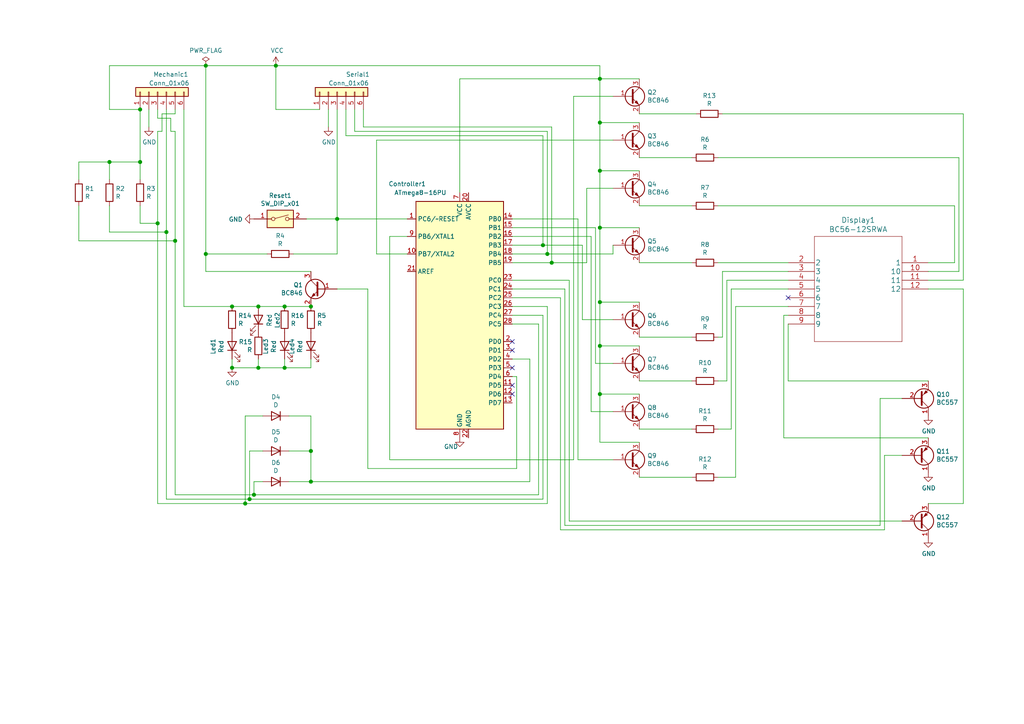
<source format=kicad_sch>
(kicad_sch (version 20210621) (generator eeschema)
  (paper "A4")
  (title_block (title "Avr Timer") (date "2022-03-31") (rev "0"))
  (lib_symbols
    (symbol "2022-03-31_18-42-15:BC56-12SRWA" (pin_names (offset 0.254))
      (property "Reference" "LED" (at 20.32 12.7 0))
      (property "Value" "BC56-12SRWA" (at 20.32 10.16 0))
      (symbol "BC56-12SRWA_1_1"
        (polyline (pts (xy 7.62 -22.86) (xy 33.02 -22.86)) (stroke (width 0.127)))
        (polyline (pts (xy 7.62 7.62) (xy 7.62 -22.86)) (stroke (width 0.127)))
        (polyline (pts (xy 33.02 -22.86) (xy 33.02 7.62)) (stroke (width 0.127)))
        (polyline (pts (xy 33.02 7.62) (xy 7.62 7.62)) (stroke (width 0.127)))
        (pin unspecified line (at 40.64 0 180) (length 7.62) (name "1") (number "1"))
        (pin unspecified line (at 40.64 -2.54 180) (length 7.62) (name "10") (number "10"))
        (pin unspecified line (at 40.64 -5.08 180) (length 7.62) (name "11") (number "11"))
        (pin unspecified line (at 40.64 -7.62 180) (length 7.62) (name "12") (number "12"))
        (pin unspecified line (at 0 0 0) (length 7.62) (name "2") (number "2"))
        (pin unspecified line (at 0 -2.54 0) (length 7.62) (name "3") (number "3"))
        (pin unspecified line (at 0 -5.08 0) (length 7.62) (name "4") (number "4"))
        (pin unspecified line (at 0 -7.62 0) (length 7.62) (name "5") (number "5"))
        (pin unspecified line (at 0 -10.16 0) (length 7.62) (name "6") (number "6"))
        (pin unspecified line (at 0 -12.7 0) (length 7.62) (name "7") (number "7"))
        (pin unspecified line (at 0 -15.24 0) (length 7.62) (name "8") (number "8"))
        (pin unspecified line (at 0 -17.78 0) (length 7.62) (name "9") (number "9"))
      )
    )
    (symbol "AvrTimer-rescue:ATmega8-16PU-MCU_Microchip_ATmega"
      (property "Reference" "U" (at -12.7 34.29 0))
      (property "Value" "ATmega8-16PU-MCU_Microchip_ATmega" (at 5.08 -34.29 0))
      (symbol "ATmega8-16PU-MCU_Microchip_ATmega_0_1"
        (rectangle (start -12.7 -33.02) (end 12.7 33.02) (stroke (width 0.254)) (fill (type background)))
      )
      (symbol "ATmega8-16PU-MCU_Microchip_ATmega_1_1"
        (pin bidirectional line (at -15.24 27.94 0) (length 2.54) (name "PC6/~RESET") (number "1"))
        (pin bidirectional line (at -15.24 17.78 0) (length 2.54) (name "PB7/XTAL2") (number "10"))
        (pin bidirectional line (at 15.24 -20.32 180) (length 2.54) (name "PD5") (number "11"))
        (pin bidirectional line (at 15.24 -22.86 180) (length 2.54) (name "PD6") (number "12"))
        (pin bidirectional line (at 15.24 -25.4 180) (length 2.54) (name "PD7") (number "13"))
        (pin bidirectional line (at 15.24 27.94 180) (length 2.54) (name "PB0") (number "14"))
        (pin bidirectional line (at 15.24 25.4 180) (length 2.54) (name "PB1") (number "15"))
        (pin bidirectional line (at 15.24 22.86 180) (length 2.54) (name "PB2") (number "16"))
        (pin bidirectional line (at 15.24 20.32 180) (length 2.54) (name "PB3") (number "17"))
        (pin bidirectional line (at 15.24 17.78 180) (length 2.54) (name "PB4") (number "18"))
        (pin bidirectional line (at 15.24 15.24 180) (length 2.54) (name "PB5") (number "19"))
        (pin bidirectional line (at 15.24 -7.62 180) (length 2.54) (name "PD0") (number "2"))
        (pin power_in line (at 2.54 35.56 270) (length 2.54) (name "AVCC") (number "20"))
        (pin passive line (at -15.24 12.7 0) (length 2.54) (name "AREF") (number "21"))
        (pin power_in line (at 2.54 -35.56 90) (length 2.54) (name "AGND") (number "22"))
        (pin bidirectional line (at 15.24 10.16 180) (length 2.54) (name "PC0") (number "23"))
        (pin bidirectional line (at 15.24 7.62 180) (length 2.54) (name "PC1") (number "24"))
        (pin bidirectional line (at 15.24 5.08 180) (length 2.54) (name "PC2") (number "25"))
        (pin bidirectional line (at 15.24 2.54 180) (length 2.54) (name "PC3") (number "26"))
        (pin bidirectional line (at 15.24 0 180) (length 2.54) (name "PC4") (number "27"))
        (pin bidirectional line (at 15.24 -2.54 180) (length 2.54) (name "PC5") (number "28"))
        (pin bidirectional line (at 15.24 -10.16 180) (length 2.54) (name "PD1") (number "3"))
        (pin bidirectional line (at 15.24 -12.7 180) (length 2.54) (name "PD2") (number "4"))
        (pin bidirectional line (at 15.24 -15.24 180) (length 2.54) (name "PD3") (number "5"))
        (pin bidirectional line (at 15.24 -17.78 180) (length 2.54) (name "PD4") (number "6"))
        (pin power_in line (at 0 35.56 270) (length 2.54) (name "VCC") (number "7"))
        (pin power_in line (at 0 -35.56 90) (length 2.54) (name "GND") (number "8"))
        (pin bidirectional line (at -15.24 22.86 0) (length 2.54) (name "PB6/XTAL1") (number "9"))
      )
    )
    (symbol "AvrTimer-rescue:BC557-Transistor_BJT" (pin_names (offset 0) hide)
      (property "Reference" "Q" (at 5.08 1.905 0))
      (property "Value" "BC557-Transistor_BJT" (at 5.08 0 0))
      (symbol "BC557-Transistor_BJT_0_1"
        (circle (center 1.27 0) (radius 2.8194) (stroke (width 0.254)))
        (polyline (pts (xy 0.635 0.635) (xy 2.54 2.54)))
        (polyline (pts (xy 0.635 -0.635) (xy 2.54 -2.54) (xy 2.54 -2.54)))
        (polyline (pts (xy 0.635 1.905) (xy 0.635 -1.905) (xy 0.635 -1.905)) (stroke (width 0.508)))
        (polyline (pts (xy 2.286 -1.778) (xy 1.778 -2.286) (xy 1.27 -1.27) (xy 2.286 -1.778) (xy 2.286 -1.778)) (fill (type outline)))
      )
      (symbol "BC557-Transistor_BJT_1_1"
        (pin passive line (at 2.54 5.08 270) (length 2.54) (name "C") (number "1"))
        (pin input line (at -5.08 0 0) (length 5.715) (name "B") (number "2"))
        (pin passive line (at 2.54 -5.08 90) (length 2.54) (name "E") (number "3"))
      )
    )
    (symbol "AvrTimer-rescue:BC846-Transistor_BJT" (pin_names (offset 0) hide)
      (property "Reference" "Q" (at 5.08 1.905 0))
      (property "Value" "BC846-Transistor_BJT" (at 5.08 0 0))
      (symbol "BC846-Transistor_BJT_0_1"
        (circle (center 1.27 0) (radius 2.8194) (stroke (width 0.254)))
        (polyline (pts (xy 0.635 0.635) (xy 2.54 2.54)))
        (polyline (pts (xy 0.635 -0.635) (xy 2.54 -2.54) (xy 2.54 -2.54)))
        (polyline (pts (xy 0.635 1.905) (xy 0.635 -1.905) (xy 0.635 -1.905)) (stroke (width 0.508)))
        (polyline (pts (xy 1.27 -1.778) (xy 1.778 -1.27) (xy 2.286 -2.286) (xy 1.27 -1.778) (xy 1.27 -1.778)) (fill (type outline)))
      )
      (symbol "BC846-Transistor_BJT_1_1"
        (pin input line (at -5.08 0 0) (length 5.715) (name "B") (number "1"))
        (pin passive line (at 2.54 -5.08 90) (length 2.54) (name "E") (number "2"))
        (pin passive line (at 2.54 5.08 270) (length 2.54) (name "C") (number "3"))
      )
    )
    (symbol "AvrTimer-rescue:Conn_01x06-Connector_Generic" (pin_names (offset 1.016) hide)
      (property "Reference" "J" (at 0 7.62 0))
      (property "Value" "Conn_01x06-Connector_Generic" (at 0 -10.16 0))
      (symbol "Conn_01x06-Connector_Generic_1_1"
        (rectangle (start -1.27 -7.493) (end 0 -7.747) (stroke (width 0.1524)))
        (rectangle (start -1.27 -4.953) (end 0 -5.207) (stroke (width 0.1524)))
        (rectangle (start -1.27 -2.413) (end 0 -2.667) (stroke (width 0.1524)))
        (rectangle (start -1.27 0.127) (end 0 -0.127) (stroke (width 0.1524)))
        (rectangle (start -1.27 2.667) (end 0 2.413) (stroke (width 0.1524)))
        (rectangle (start -1.27 5.207) (end 0 4.953) (stroke (width 0.1524)))
        (rectangle (start -1.27 6.35) (end 1.27 -8.89) (stroke (width 0.254)) (fill (type background)))
        (pin passive line (at -5.08 5.08 0) (length 3.81) (name "Pin_1") (number "1"))
        (pin passive line (at -5.08 2.54 0) (length 3.81) (name "Pin_2") (number "2"))
        (pin passive line (at -5.08 0 0) (length 3.81) (name "Pin_3") (number "3"))
        (pin passive line (at -5.08 -2.54 0) (length 3.81) (name "Pin_4") (number "4"))
        (pin passive line (at -5.08 -5.08 0) (length 3.81) (name "Pin_5") (number "5"))
        (pin passive line (at -5.08 -7.62 0) (length 3.81) (name "Pin_6") (number "6"))
      )
    )
    (symbol "AvrTimer-rescue:D-Device" (pin_numbers hide) (pin_names (offset 1.016) hide)
      (property "Reference" "D" (at 0 2.54 0))
      (property "Value" "D-Device" (at 0 -2.54 0))
      (symbol "D-Device_0_1"
        (polyline (pts (xy -1.27 1.27) (xy -1.27 -1.27)) (stroke (width 0.254)))
        (polyline (pts (xy 1.27 0) (xy -1.27 0)))
        (polyline (pts (xy 1.27 1.27) (xy 1.27 -1.27) (xy -1.27 0) (xy 1.27 1.27)) (stroke (width 0.254)))
      )
      (symbol "D-Device_1_1"
        (pin passive line (at -3.81 0 0) (length 2.54) (name "K") (number "1"))
        (pin passive line (at 3.81 0 180) (length 2.54) (name "A") (number "2"))
      )
    )
    (symbol "AvrTimer-rescue:GND-power" (power) (pin_names (offset 0))
      (property "Value" "GND-power" (at 0 -3.81 0))
      (symbol "GND-power_0_1"
        (polyline (pts (xy 0 0) (xy 0 -1.27) (xy 1.27 -1.27) (xy 0 -2.54) (xy -1.27 -1.27) (xy 0 -1.27)))
      )
      (symbol "GND-power_1_1"
        (pin power_in line (at 0 0 270) (length 0) hide (name "GND") (number "1"))
      )
    )
    (symbol "AvrTimer-rescue:LED-Device" (pin_numbers hide) (pin_names (offset 1.016) hide)
      (property "Reference" "D" (at 0 2.54 0))
      (property "Value" "LED-Device" (at 0 -2.54 0))
      (symbol "LED-Device_0_1"
        (polyline (pts (xy -1.27 -1.27) (xy -1.27 1.27)) (stroke (width 0.254)))
        (polyline (pts (xy -1.27 0) (xy 1.27 0)))
        (polyline (pts (xy 1.27 -1.27) (xy 1.27 1.27) (xy -1.27 0) (xy 1.27 -1.27)) (stroke (width 0.254)))
        (polyline (pts (xy -3.048 -0.762) (xy -4.572 -2.286) (xy -3.81 -2.286) (xy -4.572 -2.286) (xy -4.572 -1.524)))
        (polyline (pts (xy -1.778 -0.762) (xy -3.302 -2.286) (xy -2.54 -2.286) (xy -3.302 -2.286) (xy -3.302 -1.524)))
      )
      (symbol "LED-Device_1_1"
        (pin passive line (at -3.81 0 0) (length 2.54) (name "K") (number "1"))
        (pin passive line (at 3.81 0 180) (length 2.54) (name "A") (number "2"))
      )
    )
    (symbol "AvrTimer-rescue:PWR_FLAG-power" (power) (pin_numbers hide) (pin_names (offset 0) hide)
      (property "Value" "PWR_FLAG-power" (at 0 3.81 0))
      (symbol "PWR_FLAG-power_0_0"
        (pin power_out line (at 0 0 90) (length 0) (name "pwr") (number "1"))
      )
      (symbol "PWR_FLAG-power_0_1"
        (polyline (pts (xy 0 0) (xy 0 1.27) (xy -1.016 1.905) (xy 0 2.54) (xy 1.016 1.905) (xy 0 1.27)))
      )
    )
    (symbol "AvrTimer-rescue:R-Device" (pin_numbers hide) (pin_names (offset 0))
      (property "Reference" "R" (at 2.032 0 90))
      (property "Value" "R-Device" (at 0 0 90))
      (symbol "R-Device_0_1"
        (rectangle (start -1.016 -2.54) (end 1.016 2.54) (stroke (width 0.254)))
      )
      (symbol "R-Device_1_1"
        (pin passive line (at 0 3.81 270) (length 1.27) (name "~") (number "1"))
        (pin passive line (at 0 -3.81 90) (length 1.27) (name "~") (number "2"))
      )
    )
    (symbol "AvrTimer-rescue:SW_DIP_x01-Switch" (pin_names (offset 0) hide)
      (property "Reference" "SW" (at 0 3.81 0))
      (property "Value" "SW_DIP_x01-Switch" (at 0 -3.81 0))
      (symbol "SW_DIP_x01-Switch_0_0"
        (circle (center -2.032 0) (radius 0.508))
        (circle (center 2.032 0) (radius 0.508))
        (polyline (pts (xy -1.524 0.127) (xy 2.3622 1.1684)))
      )
      (symbol "SW_DIP_x01-Switch_0_1"
        (rectangle (start -3.81 2.54) (end 3.81 -2.54) (stroke (width 0.254)) (fill (type background)))
      )
      (symbol "SW_DIP_x01-Switch_1_1"
        (pin passive line (at -7.62 0 0) (length 5.08) (name "~") (number "1"))
        (pin passive line (at 7.62 0 180) (length 5.08) (name "~") (number "2"))
      )
    )
    (symbol "AvrTimer-rescue:VCC-power" (power) (pin_names (offset 0))
      (property "Value" "VCC-power" (at 0 3.81 0))
      (symbol "VCC-power_0_1"
        (polyline (pts (xy -0.762 1.27) (xy 0 2.54)))
        (polyline (pts (xy 0 0) (xy 0 2.54)))
        (polyline (pts (xy 0 2.54) (xy 0.762 1.27)))
      )
      (symbol "VCC-power_1_1"
        (pin power_in line (at 0 0 90) (length 0) hide (name "VCC") (number "1"))
      )
    )
  )
  (junction (at 31.75 46.99) (diameter 1.016))
  (junction (at 40.64 31.75) (diameter 1.016))
  (junction (at 40.64 46.99) (diameter 1.016))
  (junction (at 45.72 64.77) (diameter 1.016))
  (junction (at 48.26 67.31) (diameter 1.016))
  (junction (at 50.8 69.85) (diameter 1.016))
  (junction (at 59.69 19.05) (diameter 1.016))
  (junction (at 59.69 73.66) (diameter 1.016))
  (junction (at 67.31 88.9) (diameter 1.016))
  (junction (at 67.31 106.68) (diameter 1.016))
  (junction (at 71.12 146.05) (diameter 1.016))
  (junction (at 72.39 144.78) (diameter 1.016))
  (junction (at 73.66 143.51) (diameter 1.016))
  (junction (at 74.93 88.9) (diameter 1.016))
  (junction (at 74.93 106.68) (diameter 1.016))
  (junction (at 80.01 19.05) (diameter 1.016))
  (junction (at 82.55 88.9) (diameter 1.016))
  (junction (at 82.55 106.68) (diameter 1.016))
  (junction (at 90.17 88.9) (diameter 1.016))
  (junction (at 90.17 130.81) (diameter 1.016))
  (junction (at 90.17 139.7) (diameter 1.016))
  (junction (at 97.79 63.5) (diameter 1.016))
  (junction (at 157.48 71.12) (diameter 1.016))
  (junction (at 158.75 73.66) (diameter 1.016))
  (junction (at 160.02 76.2) (diameter 1.016))
  (junction (at 173.99 22.86) (diameter 1.016))
  (junction (at 173.99 35.56) (diameter 1.016))
  (junction (at 173.99 49.53) (diameter 1.016))
  (junction (at 173.99 66.04) (diameter 1.016))
  (junction (at 173.99 87.63) (diameter 1.016))
  (junction (at 173.99 100.33) (diameter 1.016))
  (junction (at 173.99 114.3) (diameter 1.016))
  (no_connect (at 148.59 99.06))
  (no_connect (at 148.59 101.6))
  (no_connect (at 148.59 106.68))
  (no_connect (at 148.59 111.76))
  (no_connect (at 148.59 114.3))
  (no_connect (at 228.6 86.36))
  (wire (pts (xy 22.86 46.99) (xy 22.86 52.07)))
  (wire (pts (xy 22.86 59.69) (xy 22.86 69.85)))
  (wire (pts (xy 22.86 69.85) (xy 50.8 69.85)))
  (wire (pts (xy 31.75 19.05) (xy 59.69 19.05)))
  (wire (pts (xy 31.75 31.75) (xy 31.75 19.05)))
  (wire (pts (xy 31.75 46.99) (xy 22.86 46.99)))
  (wire (pts (xy 31.75 46.99) (xy 31.75 52.07)))
  (wire (pts (xy 31.75 46.99) (xy 40.64 46.99)))
  (wire (pts (xy 31.75 59.69) (xy 31.75 67.31)))
  (wire (pts (xy 31.75 67.31) (xy 48.26 67.31)))
  (wire (pts (xy 40.64 31.75) (xy 31.75 31.75)))
  (wire (pts (xy 40.64 31.75) (xy 40.64 46.99)))
  (wire (pts (xy 40.64 46.99) (xy 40.64 52.07)))
  (wire (pts (xy 40.64 59.69) (xy 40.64 64.77)))
  (wire (pts (xy 40.64 64.77) (xy 45.72 64.77)))
  (wire (pts (xy 43.18 31.75) (xy 43.18 36.83)))
  (wire (pts (xy 45.72 31.75) (xy 45.72 34.29)))
  (wire (pts (xy 45.72 38.1) (xy 45.72 64.77)))
  (wire (pts (xy 45.72 38.1) (xy 46.99 38.1)))
  (wire (pts (xy 45.72 64.77) (xy 45.72 146.05)))
  (wire (pts (xy 45.72 146.05) (xy 71.12 146.05)))
  (wire (pts (xy 46.99 33.02) (xy 50.8 33.02)))
  (wire (pts (xy 46.99 38.1) (xy 46.99 33.02)))
  (wire (pts (xy 48.26 31.75) (xy 48.26 67.31)))
  (wire (pts (xy 48.26 67.31) (xy 48.26 144.78)))
  (wire (pts (xy 48.26 144.78) (xy 72.39 144.78)))
  (wire (pts (xy 49.53 34.29) (xy 45.72 34.29)))
  (wire (pts (xy 49.53 38.1) (xy 49.53 34.29)))
  (wire (pts (xy 50.8 31.75) (xy 50.8 33.02)))
  (wire (pts (xy 50.8 38.1) (xy 49.53 38.1)))
  (wire (pts (xy 50.8 38.1) (xy 50.8 69.85)))
  (wire (pts (xy 50.8 69.85) (xy 50.8 143.51)))
  (wire (pts (xy 50.8 143.51) (xy 73.66 143.51)))
  (wire (pts (xy 53.34 88.9) (xy 53.34 31.75)))
  (wire (pts (xy 53.34 88.9) (xy 67.31 88.9)))
  (wire (pts (xy 59.69 19.05) (xy 80.01 19.05)))
  (wire (pts (xy 59.69 73.66) (xy 59.69 19.05)))
  (wire (pts (xy 59.69 73.66) (xy 59.69 78.74)))
  (wire (pts (xy 59.69 78.74) (xy 90.17 78.74)))
  (wire (pts (xy 67.31 88.9) (xy 74.93 88.9)))
  (wire (pts (xy 67.31 104.14) (xy 67.31 106.68)))
  (wire (pts (xy 71.12 120.65) (xy 71.12 146.05)))
  (wire (pts (xy 71.12 120.65) (xy 76.2 120.65)))
  (wire (pts (xy 71.12 146.05) (xy 158.75 146.05)))
  (wire (pts (xy 72.39 130.81) (xy 72.39 144.78)))
  (wire (pts (xy 72.39 130.81) (xy 76.2 130.81)))
  (wire (pts (xy 72.39 144.78) (xy 157.48 144.78)))
  (wire (pts (xy 73.66 139.7) (xy 73.66 143.51)))
  (wire (pts (xy 73.66 139.7) (xy 76.2 139.7)))
  (wire (pts (xy 73.66 143.51) (xy 156.21 143.51)))
  (wire (pts (xy 74.93 88.9) (xy 82.55 88.9)))
  (wire (pts (xy 74.93 104.14) (xy 74.93 106.68)))
  (wire (pts (xy 74.93 106.68) (xy 67.31 106.68)))
  (wire (pts (xy 77.47 73.66) (xy 59.69 73.66)))
  (wire (pts (xy 80.01 19.05) (xy 173.99 19.05)))
  (wire (pts (xy 80.01 31.75) (xy 80.01 19.05)))
  (wire (pts (xy 82.55 88.9) (xy 90.17 88.9)))
  (wire (pts (xy 82.55 104.14) (xy 82.55 106.68)))
  (wire (pts (xy 82.55 106.68) (xy 74.93 106.68)))
  (wire (pts (xy 83.82 120.65) (xy 90.17 120.65)))
  (wire (pts (xy 83.82 130.81) (xy 90.17 130.81)))
  (wire (pts (xy 85.09 73.66) (xy 97.79 73.66)))
  (wire (pts (xy 88.9 63.5) (xy 97.79 63.5)))
  (wire (pts (xy 90.17 104.14) (xy 90.17 106.68)))
  (wire (pts (xy 90.17 106.68) (xy 82.55 106.68)))
  (wire (pts (xy 90.17 120.65) (xy 90.17 130.81)))
  (wire (pts (xy 90.17 130.81) (xy 90.17 139.7)))
  (wire (pts (xy 90.17 139.7) (xy 83.82 139.7)))
  (wire (pts (xy 90.17 139.7) (xy 153.67 139.7)))
  (wire (pts (xy 92.71 31.75) (xy 80.01 31.75)))
  (wire (pts (xy 95.25 31.75) (xy 95.25 36.83)))
  (wire (pts (xy 97.79 31.75) (xy 97.79 63.5)))
  (wire (pts (xy 97.79 63.5) (xy 118.11 63.5)))
  (wire (pts (xy 97.79 73.66) (xy 97.79 63.5)))
  (wire (pts (xy 100.33 39.37) (xy 100.33 31.75)))
  (wire (pts (xy 102.87 38.1) (xy 102.87 31.75)))
  (wire (pts (xy 105.41 36.83) (xy 105.41 31.75)))
  (wire (pts (xy 106.68 83.82) (xy 97.79 83.82)))
  (wire (pts (xy 106.68 83.82) (xy 106.68 135.89)))
  (wire (pts (xy 109.22 40.64) (xy 177.8 40.64)))
  (wire (pts (xy 109.22 73.66) (xy 109.22 40.64)))
  (wire (pts (xy 109.22 73.66) (xy 118.11 73.66)))
  (wire (pts (xy 113.03 68.58) (xy 113.03 133.35)))
  (wire (pts (xy 113.03 133.35) (xy 166.37 133.35)))
  (wire (pts (xy 118.11 68.58) (xy 113.03 68.58)))
  (wire (pts (xy 133.35 22.86) (xy 173.99 22.86)))
  (wire (pts (xy 133.35 55.88) (xy 133.35 22.86)))
  (wire (pts (xy 148.59 63.5) (xy 167.64 63.5)))
  (wire (pts (xy 148.59 66.04) (xy 172.72 66.04)))
  (wire (pts (xy 148.59 68.58) (xy 171.45 68.58)))
  (wire (pts (xy 148.59 71.12) (xy 157.48 71.12)))
  (wire (pts (xy 148.59 73.66) (xy 158.75 73.66)))
  (wire (pts (xy 148.59 76.2) (xy 160.02 76.2)))
  (wire (pts (xy 148.59 81.28) (xy 165.1 81.28)))
  (wire (pts (xy 148.59 83.82) (xy 163.83 83.82)))
  (wire (pts (xy 148.59 86.36) (xy 162.56 86.36)))
  (wire (pts (xy 148.59 109.22) (xy 149.86 109.22)))
  (wire (pts (xy 149.86 109.22) (xy 149.86 135.89)))
  (wire (pts (xy 149.86 135.89) (xy 106.68 135.89)))
  (wire (pts (xy 153.67 104.14) (xy 148.59 104.14)))
  (wire (pts (xy 153.67 104.14) (xy 153.67 139.7)))
  (wire (pts (xy 156.21 93.98) (xy 148.59 93.98)))
  (wire (pts (xy 156.21 143.51) (xy 156.21 93.98)))
  (wire (pts (xy 157.48 39.37) (xy 100.33 39.37)))
  (wire (pts (xy 157.48 71.12) (xy 157.48 39.37)))
  (wire (pts (xy 157.48 71.12) (xy 168.91 71.12)))
  (wire (pts (xy 157.48 91.44) (xy 148.59 91.44)))
  (wire (pts (xy 157.48 144.78) (xy 157.48 91.44)))
  (wire (pts (xy 158.75 38.1) (xy 102.87 38.1)))
  (wire (pts (xy 158.75 73.66) (xy 158.75 38.1)))
  (wire (pts (xy 158.75 73.66) (xy 177.8 73.66)))
  (wire (pts (xy 158.75 88.9) (xy 148.59 88.9)))
  (wire (pts (xy 158.75 146.05) (xy 158.75 88.9)))
  (wire (pts (xy 160.02 36.83) (xy 105.41 36.83)))
  (wire (pts (xy 160.02 36.83) (xy 160.02 76.2)))
  (wire (pts (xy 160.02 76.2) (xy 170.18 76.2)))
  (wire (pts (xy 162.56 86.36) (xy 162.56 153.67)))
  (wire (pts (xy 162.56 153.67) (xy 256.54 153.67)))
  (wire (pts (xy 163.83 83.82) (xy 163.83 152.4)))
  (wire (pts (xy 163.83 152.4) (xy 255.27 152.4)))
  (wire (pts (xy 165.1 81.28) (xy 165.1 151.13)))
  (wire (pts (xy 165.1 151.13) (xy 261.62 151.13)))
  (wire (pts (xy 166.37 27.94) (xy 166.37 133.35)))
  (wire (pts (xy 166.37 27.94) (xy 177.8 27.94)))
  (wire (pts (xy 167.64 63.5) (xy 167.64 133.35)))
  (wire (pts (xy 167.64 133.35) (xy 177.8 133.35)))
  (wire (pts (xy 168.91 71.12) (xy 168.91 92.71)))
  (wire (pts (xy 168.91 92.71) (xy 177.8 92.71)))
  (wire (pts (xy 170.18 54.61) (xy 177.8 54.61)))
  (wire (pts (xy 170.18 76.2) (xy 170.18 54.61)))
  (wire (pts (xy 171.45 68.58) (xy 171.45 119.38)))
  (wire (pts (xy 171.45 119.38) (xy 177.8 119.38)))
  (wire (pts (xy 172.72 66.04) (xy 172.72 105.41)))
  (wire (pts (xy 172.72 105.41) (xy 177.8 105.41)))
  (wire (pts (xy 173.99 19.05) (xy 173.99 22.86)))
  (wire (pts (xy 173.99 22.86) (xy 173.99 35.56)))
  (wire (pts (xy 173.99 22.86) (xy 185.42 22.86)))
  (wire (pts (xy 173.99 35.56) (xy 173.99 49.53)))
  (wire (pts (xy 173.99 35.56) (xy 185.42 35.56)))
  (wire (pts (xy 173.99 49.53) (xy 173.99 66.04)))
  (wire (pts (xy 173.99 49.53) (xy 185.42 49.53)))
  (wire (pts (xy 173.99 66.04) (xy 173.99 87.63)))
  (wire (pts (xy 173.99 66.04) (xy 185.42 66.04)))
  (wire (pts (xy 173.99 87.63) (xy 173.99 100.33)))
  (wire (pts (xy 173.99 87.63) (xy 185.42 87.63)))
  (wire (pts (xy 173.99 100.33) (xy 173.99 114.3)))
  (wire (pts (xy 173.99 100.33) (xy 185.42 100.33)))
  (wire (pts (xy 173.99 114.3) (xy 173.99 128.27)))
  (wire (pts (xy 173.99 114.3) (xy 185.42 114.3)))
  (wire (pts (xy 173.99 128.27) (xy 185.42 128.27)))
  (wire (pts (xy 177.8 73.66) (xy 177.8 71.12)))
  (wire (pts (xy 185.42 33.02) (xy 201.93 33.02)))
  (wire (pts (xy 185.42 45.72) (xy 200.66 45.72)))
  (wire (pts (xy 185.42 59.69) (xy 200.66 59.69)))
  (wire (pts (xy 185.42 76.2) (xy 200.66 76.2)))
  (wire (pts (xy 185.42 97.79) (xy 200.66 97.79)))
  (wire (pts (xy 185.42 110.49) (xy 200.66 110.49)))
  (wire (pts (xy 185.42 124.46) (xy 200.66 124.46)))
  (wire (pts (xy 185.42 138.43) (xy 200.66 138.43)))
  (wire (pts (xy 208.28 45.72) (xy 278.13 45.72)))
  (wire (pts (xy 208.28 59.69) (xy 276.86 59.69)))
  (wire (pts (xy 208.28 76.2) (xy 228.6 76.2)))
  (wire (pts (xy 208.28 97.79) (xy 209.55 97.79)))
  (wire (pts (xy 208.28 110.49) (xy 210.82 110.49)))
  (wire (pts (xy 208.28 124.46) (xy 212.09 124.46)))
  (wire (pts (xy 208.28 138.43) (xy 213.36 138.43)))
  (wire (pts (xy 209.55 33.02) (xy 279.4 33.02)))
  (wire (pts (xy 209.55 78.74) (xy 228.6 78.74)))
  (wire (pts (xy 209.55 97.79) (xy 209.55 78.74)))
  (wire (pts (xy 210.82 81.28) (xy 228.6 81.28)))
  (wire (pts (xy 210.82 110.49) (xy 210.82 81.28)))
  (wire (pts (xy 212.09 83.82) (xy 228.6 83.82)))
  (wire (pts (xy 212.09 124.46) (xy 212.09 83.82)))
  (wire (pts (xy 213.36 88.9) (xy 228.6 88.9)))
  (wire (pts (xy 213.36 138.43) (xy 213.36 88.9)))
  (wire (pts (xy 227.33 91.44) (xy 227.33 127)))
  (wire (pts (xy 227.33 127) (xy 269.24 127)))
  (wire (pts (xy 228.6 91.44) (xy 227.33 91.44)))
  (wire (pts (xy 228.6 93.98) (xy 228.6 110.49)))
  (wire (pts (xy 228.6 110.49) (xy 269.24 110.49)))
  (wire (pts (xy 255.27 115.57) (xy 261.62 115.57)))
  (wire (pts (xy 255.27 152.4) (xy 255.27 115.57)))
  (wire (pts (xy 256.54 132.08) (xy 261.62 132.08)))
  (wire (pts (xy 256.54 153.67) (xy 256.54 132.08)))
  (wire (pts (xy 269.24 83.82) (xy 279.4 83.82)))
  (wire (pts (xy 276.86 59.69) (xy 276.86 76.2)))
  (wire (pts (xy 276.86 76.2) (xy 269.24 76.2)))
  (wire (pts (xy 278.13 45.72) (xy 278.13 78.74)))
  (wire (pts (xy 278.13 78.74) (xy 269.24 78.74)))
  (wire (pts (xy 279.4 33.02) (xy 279.4 81.28)))
  (wire (pts (xy 279.4 81.28) (xy 269.24 81.28)))
  (wire (pts (xy 279.4 83.82) (xy 279.4 146.05)))
  (wire (pts (xy 279.4 146.05) (xy 269.24 146.05)))
  (symbol (lib_id "AvrTimer-rescue:VCC-power") (at 80.01 19.05 0) (unit 1)
    (property "Reference" "#PWR0107" (effects hide))
    (property "Value" "VCC" (at 80.391 14.6558 0))
  )
  (symbol (lib_id "AvrTimer-rescue:PWR_FLAG-power") (at 59.69 19.05 0) (unit 1)
    (property "Reference" "#FLG0101" (effects hide))
    (property "Value" "PWR_FLAG" (at 59.69 14.6558 0))
  )
  (symbol (lib_id "AvrTimer-rescue:GND-power") (at 43.18 36.83 0) (unit 1)
    (property "Reference" "#PWR0104" (effects hide))
    (property "Value" "GND" (at 43.307 41.2242 0))
  )
  (symbol (lib_id "AvrTimer-rescue:GND-power") (at 67.31 106.68 0) (unit 1)
    (property "Reference" "#PWR0106" (effects hide))
    (property "Value" "GND" (at 67.437 111.0742 0))
  )
  (symbol (lib_id "AvrTimer-rescue:GND-power") (at 73.66 63.5 270) (unit 1)
    (property "Reference" "#PWR0105" (effects hide))
    (property "Value" "GND" (at 70.4088 63.627 90) (effects (justify right)))
  )
  (symbol (lib_id "AvrTimer-rescue:GND-power") (at 95.25 36.83 0) (unit 1)
    (property "Reference" "#PWR0108" (effects hide))
    (property "Value" "GND" (at 95.377 41.2242 0))
  )
  (symbol (lib_id "AvrTimer-rescue:GND-power") (at 133.35 127 0) (unit 1)
    (property "Reference" "#PWR0109" (effects hide))
    (property "Value" "GND" (at 130.81 129.54 0))
  )
  (symbol (lib_id "AvrTimer-rescue:GND-power") (at 269.24 120.65 0) (unit 1)
    (property "Reference" "#PWR0103" (effects hide))
    (property "Value" "GND" (at 269.367 125.0442 0))
  )
  (symbol (lib_id "AvrTimer-rescue:GND-power") (at 269.24 137.16 0) (unit 1)
    (property "Reference" "#PWR0102" (effects hide))
    (property "Value" "GND" (at 269.367 141.5542 0))
  )
  (symbol (lib_id "AvrTimer-rescue:GND-power") (at 269.24 156.21 0) (unit 1)
    (property "Reference" "#PWR0101" (effects hide))
    (property "Value" "GND" (at 269.367 160.6042 0))
  )
  (symbol (lib_id "AvrTimer-rescue:R-Device") (at 22.86 55.88 0) (unit 1)
    (property "Reference" "R1" (at 24.638 54.7116 0) (effects (justify left)))
    (property "Value" "R" (at 24.638 57.023 0) (effects (justify left)))
    (property "Footprint" "Resistor_SMD:R_1206_3216Metric" (effects hide))
  )
  (symbol (lib_id "AvrTimer-rescue:R-Device") (at 31.75 55.88 0) (unit 1)
    (property "Reference" "R2" (at 33.528 54.7116 0) (effects (justify left)))
    (property "Value" "R" (at 33.528 57.023 0) (effects (justify left)))
    (property "Footprint" "Resistor_SMD:R_1206_3216Metric" (effects hide))
  )
  (symbol (lib_id "AvrTimer-rescue:R-Device") (at 40.64 55.88 0) (unit 1)
    (property "Reference" "R3" (at 42.418 54.7116 0) (effects (justify left)))
    (property "Value" "R" (at 42.418 57.023 0) (effects (justify left)))
    (property "Footprint" "Resistor_SMD:R_1206_3216Metric" (effects hide))
  )
  (symbol (lib_id "AvrTimer-rescue:R-Device") (at 67.31 92.71 0) (unit 1)
    (property "Reference" "R14" (at 69.088 91.5416 0) (effects (justify left)))
    (property "Value" "R" (at 69.088 93.853 0) (effects (justify left)))
    (property "Footprint" "Resistor_SMD:R_1206_3216Metric" (effects hide))
  )
  (symbol (lib_id "AvrTimer-rescue:R-Device") (at 74.93 100.33 0) (mirror y) (unit 1)
    (property "Reference" "R15" (at 73.152 99.1616 0) (effects (justify left)))
    (property "Value" "R" (at 73.152 101.473 0) (effects (justify left)))
    (property "Footprint" "Resistor_SMD:R_1206_3216Metric" (effects hide))
  )
  (symbol (lib_id "AvrTimer-rescue:R-Device") (at 81.28 73.66 270) (unit 1)
    (property "Reference" "R4" (at 81.28 68.4022 90))
    (property "Value" "R" (at 81.28 70.7136 90))
    (property "Footprint" "Resistor_SMD:R_1206_3216Metric" (effects hide))
  )
  (symbol (lib_id "AvrTimer-rescue:R-Device") (at 82.55 92.71 0) (unit 1)
    (property "Reference" "R16" (at 84.328 91.5416 0) (effects (justify left)))
    (property "Value" "R" (at 84.328 93.853 0) (effects (justify left)))
    (property "Footprint" "Resistor_SMD:R_1206_3216Metric" (effects hide))
  )
  (symbol (lib_id "AvrTimer-rescue:R-Device") (at 90.17 92.71 0) (unit 1)
    (property "Reference" "R5" (at 91.948 91.5416 0) (effects (justify left)))
    (property "Value" "R" (at 91.948 93.853 0) (effects (justify left)))
    (property "Footprint" "Resistor_SMD:R_1206_3216Metric" (effects hide))
  )
  (symbol (lib_id "AvrTimer-rescue:R-Device") (at 204.47 45.72 270) (unit 1)
    (property "Reference" "R6" (at 204.47 40.4622 90))
    (property "Value" "R" (at 204.47 42.7736 90))
    (property "Footprint" "Resistor_SMD:R_1206_3216Metric" (effects hide))
  )
  (symbol (lib_id "AvrTimer-rescue:R-Device") (at 204.47 59.69 270) (unit 1)
    (property "Reference" "R7" (at 204.47 54.4322 90))
    (property "Value" "R" (at 204.47 56.7436 90))
    (property "Footprint" "Resistor_SMD:R_1206_3216Metric" (effects hide))
  )
  (symbol (lib_id "AvrTimer-rescue:R-Device") (at 204.47 76.2 270) (unit 1)
    (property "Reference" "R8" (at 204.47 70.9422 90))
    (property "Value" "R" (at 204.47 73.2536 90))
    (property "Footprint" "Resistor_SMD:R_1206_3216Metric" (effects hide))
  )
  (symbol (lib_id "AvrTimer-rescue:R-Device") (at 204.47 97.79 270) (unit 1)
    (property "Reference" "R9" (at 204.47 92.5322 90))
    (property "Value" "R" (at 204.47 94.8436 90))
    (property "Footprint" "Resistor_SMD:R_1206_3216Metric" (effects hide))
  )
  (symbol (lib_id "AvrTimer-rescue:R-Device") (at 204.47 110.49 270) (unit 1)
    (property "Reference" "R10" (at 204.47 105.2322 90))
    (property "Value" "R" (at 204.47 107.5436 90))
    (property "Footprint" "Resistor_SMD:R_1206_3216Metric" (effects hide))
  )
  (symbol (lib_id "AvrTimer-rescue:R-Device") (at 204.47 124.46 270) (unit 1)
    (property "Reference" "R11" (at 204.47 119.2022 90))
    (property "Value" "R" (at 204.47 121.5136 90))
    (property "Footprint" "Resistor_SMD:R_1206_3216Metric" (effects hide))
  )
  (symbol (lib_id "AvrTimer-rescue:R-Device") (at 204.47 138.43 270) (unit 1)
    (property "Reference" "R12" (at 204.47 133.1722 90))
    (property "Value" "R" (at 204.47 135.4836 90))
    (property "Footprint" "Resistor_SMD:R_1206_3216Metric" (effects hide))
  )
  (symbol (lib_id "AvrTimer-rescue:R-Device") (at 205.74 33.02 270) (unit 1)
    (property "Reference" "R13" (at 205.74 27.7622 90))
    (property "Value" "R" (at 205.74 30.0736 90))
    (property "Footprint" "Resistor_SMD:R_1206_3216Metric" (effects hide))
  )
  (symbol (lib_id "AvrTimer-rescue:D-Device") (at 80.01 120.65 0) (mirror y) (unit 1)
    (property "Reference" "D4" (at 80.01 115.1382 0))
    (property "Value" "D" (at 80.01 117.4496 0))
    (property "Footprint" "Diode_SMD:D_1210_3225Metric_Pad1.42x2.65mm_HandSolder" (effects hide))
  )
  (symbol (lib_id "AvrTimer-rescue:D-Device") (at 80.01 130.81 180) (unit 1)
    (property "Reference" "D5" (at 80.01 125.2982 0))
    (property "Value" "D" (at 80.01 127.6096 0))
    (property "Footprint" "Diode_SMD:D_1210_3225Metric_Pad1.42x2.65mm_HandSolder" (effects hide))
  )
  (symbol (lib_id "AvrTimer-rescue:D-Device") (at 80.01 139.7 180) (unit 1)
    (property "Reference" "D6" (at 80.01 134.1882 0))
    (property "Value" "D" (at 80.01 136.4996 0))
    (property "Footprint" "Diode_SMD:D_1210_3225Metric_Pad1.42x2.65mm_HandSolder" (effects hide))
  )
  (symbol (lib_id "AvrTimer-rescue:LED-Device") (at 67.31 100.33 90) (unit 1)
    (property "Reference" "Led1" (at 61.7982 100.5078 0))
    (property "Value" "Red" (at 64.1096 100.5078 0))
    (property "Footprint" "LED_SMD:LED_1210_3225Metric_Pad1.42x2.65mm_HandSolder" (effects hide))
  )
  (symbol (lib_id "AvrTimer-rescue:LED-Device") (at 74.93 92.71 270) (mirror x) (unit 1)
    (property "Reference" "Led2" (at 80.4418 92.8878 0))
    (property "Value" "Red" (at 78.1304 92.8878 0))
    (property "Footprint" "LED_SMD:LED_1210_3225Metric_Pad1.42x2.65mm_HandSolder" (effects hide))
  )
  (symbol (lib_id "AvrTimer-rescue:LED-Device") (at 82.55 100.33 90) (unit 1)
    (property "Reference" "Led3" (at 77.0382 100.5078 0))
    (property "Value" "Red" (at 79.3496 100.5078 0))
    (property "Footprint" "LED_SMD:LED_1210_3225Metric_Pad1.42x2.65mm_HandSolder" (effects hide))
  )
  (symbol (lib_id "AvrTimer-rescue:LED-Device") (at 90.17 100.33 90) (unit 1)
    (property "Reference" "Led4" (at 84.6582 100.5078 0))
    (property "Value" "Red" (at 86.9696 100.5078 0))
    (property "Footprint" "LED_SMD:LED_1210_3225Metric_Pad1.42x2.65mm_HandSolder" (effects hide))
  )
  (symbol (lib_id "AvrTimer-rescue:SW_DIP_x01-Switch") (at 81.28 63.5 0) (unit 1)
    (property "Reference" "Reset1" (at 81.28 56.7182 0))
    (property "Value" "SW_DIP_x01" (at 81.28 59.0296 0))
    (property "Footprint" "Button_Switch_THT:SW_PUSH_6mm" (effects hide))
  )
  (symbol (lib_id "AvrTimer-rescue:BC846-Transistor_BJT") (at 92.71 83.82 0) (mirror y) (unit 1)
    (property "Reference" "Q1" (at 87.8586 82.6516 0) (effects (justify left)))
    (property "Value" "BC846" (at 87.8586 84.963 0) (effects (justify left)))
    (property "Footprint" "Package_TO_SOT_SMD:SOT-23_Handsoldering" (effects hide))
    (property "Datasheet" "https://assets.nexperia.com/documents/data-sheet/BC846_SER.pdf" (effects hide))
  )
  (symbol (lib_id "AvrTimer-rescue:BC846-Transistor_BJT") (at 182.88 27.94 0) (unit 1)
    (property "Reference" "Q2" (at 187.7314 26.7716 0) (effects (justify left)))
    (property "Value" "BC846" (at 187.7314 29.083 0) (effects (justify left)))
    (property "Footprint" "Package_TO_SOT_SMD:SOT-23_Handsoldering" (effects hide))
    (property "Datasheet" "https://assets.nexperia.com/documents/data-sheet/BC846_SER.pdf" (effects hide))
  )
  (symbol (lib_id "AvrTimer-rescue:BC846-Transistor_BJT") (at 182.88 40.64 0) (unit 1)
    (property "Reference" "Q3" (at 187.7314 39.4716 0) (effects (justify left)))
    (property "Value" "BC846" (at 187.7314 41.783 0) (effects (justify left)))
    (property "Footprint" "Package_TO_SOT_SMD:SOT-23_Handsoldering" (effects hide))
    (property "Datasheet" "https://assets.nexperia.com/documents/data-sheet/BC846_SER.pdf" (effects hide))
  )
  (symbol (lib_id "AvrTimer-rescue:BC846-Transistor_BJT") (at 182.88 54.61 0) (unit 1)
    (property "Reference" "Q4" (at 187.7314 53.4416 0) (effects (justify left)))
    (property "Value" "BC846" (at 187.7314 55.753 0) (effects (justify left)))
    (property "Footprint" "Package_TO_SOT_SMD:SOT-23_Handsoldering" (effects hide))
    (property "Datasheet" "https://assets.nexperia.com/documents/data-sheet/BC846_SER.pdf" (effects hide))
  )
  (symbol (lib_id "AvrTimer-rescue:BC846-Transistor_BJT") (at 182.88 71.12 0) (unit 1)
    (property "Reference" "Q5" (at 187.7314 69.9516 0) (effects (justify left)))
    (property "Value" "BC846" (at 187.7314 72.263 0) (effects (justify left)))
    (property "Footprint" "Package_TO_SOT_SMD:SOT-23_Handsoldering" (effects hide))
    (property "Datasheet" "https://assets.nexperia.com/documents/data-sheet/BC846_SER.pdf" (effects hide))
  )
  (symbol (lib_id "AvrTimer-rescue:BC846-Transistor_BJT") (at 182.88 92.71 0) (unit 1)
    (property "Reference" "Q6" (at 187.7314 91.5416 0) (effects (justify left)))
    (property "Value" "BC846" (at 187.7314 93.853 0) (effects (justify left)))
    (property "Footprint" "Package_TO_SOT_SMD:SOT-23_Handsoldering" (effects hide))
    (property "Datasheet" "https://assets.nexperia.com/documents/data-sheet/BC846_SER.pdf" (effects hide))
  )
  (symbol (lib_id "AvrTimer-rescue:BC846-Transistor_BJT") (at 182.88 105.41 0) (unit 1)
    (property "Reference" "Q7" (at 187.7314 104.2416 0) (effects (justify left)))
    (property "Value" "BC846" (at 187.7314 106.553 0) (effects (justify left)))
    (property "Footprint" "Package_TO_SOT_SMD:SOT-23_Handsoldering" (effects hide))
    (property "Datasheet" "https://assets.nexperia.com/documents/data-sheet/BC846_SER.pdf" (effects hide))
  )
  (symbol (lib_id "AvrTimer-rescue:BC846-Transistor_BJT") (at 182.88 119.38 0) (unit 1)
    (property "Reference" "Q8" (at 187.7314 118.2116 0) (effects (justify left)))
    (property "Value" "BC846" (at 187.7314 120.523 0) (effects (justify left)))
    (property "Footprint" "Package_TO_SOT_SMD:SOT-23_Handsoldering" (effects hide))
    (property "Datasheet" "https://assets.nexperia.com/documents/data-sheet/BC846_SER.pdf" (effects hide))
  )
  (symbol (lib_id "AvrTimer-rescue:BC846-Transistor_BJT") (at 182.88 133.35 0) (unit 1)
    (property "Reference" "Q9" (at 187.7314 132.1816 0) (effects (justify left)))
    (property "Value" "BC846" (at 187.7314 134.493 0) (effects (justify left)))
    (property "Footprint" "Package_TO_SOT_SMD:SOT-23_Handsoldering" (effects hide))
    (property "Datasheet" "https://assets.nexperia.com/documents/data-sheet/BC846_SER.pdf" (effects hide))
  )
  (symbol (lib_id "AvrTimer-rescue:BC557-Transistor_BJT") (at 266.7 115.57 0) (mirror x) (unit 1)
    (property "Reference" "Q10" (at 271.5514 114.4016 0) (effects (justify left)))
    (property "Value" "BC557" (at 271.5514 116.713 0) (effects (justify left)))
    (property "Footprint" "Package_TO_SOT_SMD:SOT-23_Handsoldering" (effects hide))
    (property "Datasheet" "https://www.onsemi.com/pub/Collateral/BC556BTA-D.pdf" (effects hide))
  )
  (symbol (lib_id "AvrTimer-rescue:BC557-Transistor_BJT") (at 266.7 132.08 0) (mirror x) (unit 1)
    (property "Reference" "Q11" (at 271.5514 130.9116 0) (effects (justify left)))
    (property "Value" "BC557" (at 271.5514 133.223 0) (effects (justify left)))
    (property "Footprint" "Package_TO_SOT_SMD:SOT-23_Handsoldering" (effects hide))
    (property "Datasheet" "https://www.onsemi.com/pub/Collateral/BC556BTA-D.pdf" (effects hide))
  )
  (symbol (lib_id "AvrTimer-rescue:BC557-Transistor_BJT") (at 266.7 151.13 0) (mirror x) (unit 1)
    (property "Reference" "Q12" (at 271.5514 149.9616 0) (effects (justify left)))
    (property "Value" "BC557" (at 271.5514 152.273 0) (effects (justify left)))
    (property "Footprint" "Package_TO_SOT_SMD:SOT-23_Handsoldering" (effects hide))
    (property "Datasheet" "https://www.onsemi.com/pub/Collateral/BC556BTA-D.pdf" (effects hide))
  )
  (symbol (lib_id "AvrTimer-rescue:Conn_01x06-Connector_Generic") (at 45.72 26.67 90) (unit 1)
    (property "Reference" "Mechanic1" (at 44.45 21.59 90) (effects (justify right)))
    (property "Value" "Conn_01x06" (at 43.18 24.13 90) (effects (justify right)))
    (property "Footprint" "Connector_PinSocket_2.54mm:PinSocket_1x06_P2.54mm_Vertical" (effects hide))
  )
  (symbol (lib_id "AvrTimer-rescue:Conn_01x06-Connector_Generic") (at 97.79 26.67 90) (unit 1)
    (property "Reference" "Serial1" (at 100.33 21.59 90) (effects (justify right)))
    (property "Value" "Conn_01x06" (at 95.25 24.13 90) (effects (justify right)))
    (property "Footprint" "Connector_PinSocket_2.54mm:PinSocket_1x06_P2.54mm_Vertical" (effects hide))
  )
  (symbol (lib_id "2022-03-31_18-42-15:BC56-12SRWA") (at 228.6 76.2 0) (unit 1)
    (property "Reference" "Display1" (at 248.92 63.8302 0) (effects (font (size 1.524 1.524))))
    (property "Value" "BC56-12SRWA" (at 248.92 66.5226 0) (effects (font (size 1.524 1.524))))
    (property "Footprint" "AvrTimer:BC56-12GWA" (effects hide))
  )
  (symbol (lib_id "AvrTimer-rescue:ATmega8-16PU-MCU_Microchip_ATmega") (at 133.35 91.44 0) (unit 1)
    (property "Reference" "Controller1" (at 118.11 53.34 0))
    (property "Value" "ATmega8-16PU" (at 121.92 55.88 0))
    (property "Footprint" "Package_DIP:DIP-28_W7.62mm" (effects hide))
    (property "Datasheet" "http://ww1.microchip.com/downloads/en/DeviceDoc/atmel-2486-8-bit-avr-microcontroller-atmega8_l_datasheet.pdf" (effects hide))
  )
)
</source>
